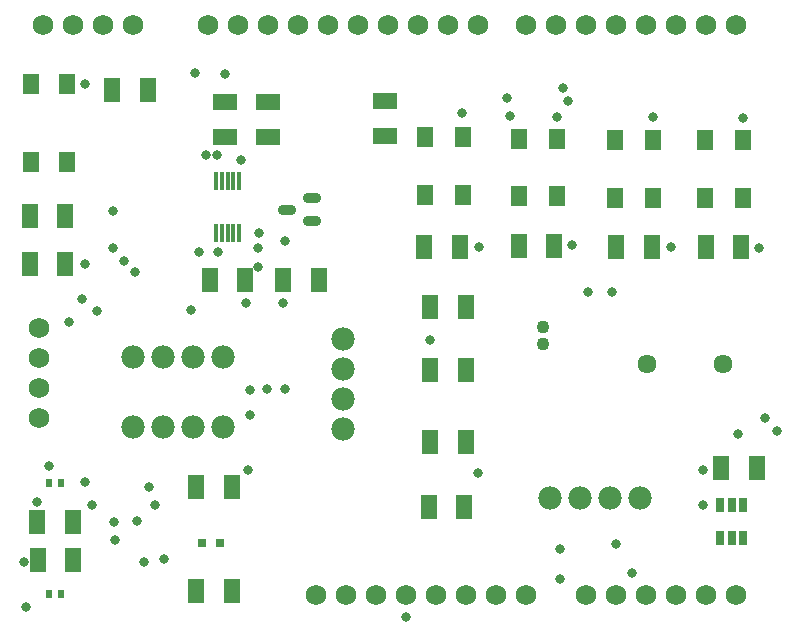
<source format=gts>
G04*
G04 #@! TF.GenerationSoftware,Altium Limited,Altium Designer,22.1.2 (22)*
G04*
G04 Layer_Color=8388736*
%FSLAX25Y25*%
%MOIN*%
G70*
G04*
G04 #@! TF.SameCoordinates,9C9567F8-7803-4A2A-AD9E-191CB7A9E8FD*
G04*
G04*
G04 #@! TF.FilePolarity,Negative*
G04*
G01*
G75*
%ADD17R,0.03150X0.03150*%
%ADD21R,0.02362X0.02756*%
%ADD25R,0.05200X0.07900*%
G04:AMPARAMS|DCode=26|XSize=56.82mil|YSize=31.23mil|CornerRadius=9.81mil|HoleSize=0mil|Usage=FLASHONLY|Rotation=180.000|XOffset=0mil|YOffset=0mil|HoleType=Round|Shape=RoundedRectangle|*
%AMROUNDEDRECTD26*
21,1,0.05682,0.01161,0,0,180.0*
21,1,0.03720,0.03123,0,0,180.0*
1,1,0.01961,-0.01860,0.00581*
1,1,0.01961,0.01860,0.00581*
1,1,0.01961,0.01860,-0.00581*
1,1,0.01961,-0.01860,-0.00581*
%
%ADD26ROUNDEDRECTD26*%
%ADD27R,0.02756X0.04724*%
%ADD28R,0.05550X0.07000*%
%ADD29R,0.07900X0.05200*%
%ADD30R,0.05524X0.06706*%
%ADD31R,0.01381X0.05909*%
%ADD32R,0.01381X0.05987*%
%ADD33C,0.07800*%
%ADD34C,0.06800*%
%ADD35C,0.06343*%
%ADD36C,0.04343*%
%ADD37C,0.03300*%
D17*
X72547Y28000D02*
D03*
X78453D02*
D03*
D21*
X21531Y48000D02*
D03*
X25469D02*
D03*
X21531Y11000D02*
D03*
X25469D02*
D03*
D25*
X15100Y137000D02*
D03*
X26900D02*
D03*
X15100Y121000D02*
D03*
X26900D02*
D03*
X257400Y53000D02*
D03*
X245600D02*
D03*
X222400Y126500D02*
D03*
X210600D02*
D03*
X148100Y40000D02*
D03*
X159900D02*
D03*
X160400Y61500D02*
D03*
X148600D02*
D03*
X42600Y179000D02*
D03*
X54400D02*
D03*
X160400Y106500D02*
D03*
X148600D02*
D03*
Y85500D02*
D03*
X160400D02*
D03*
X82400Y12000D02*
D03*
X70600D02*
D03*
X82400Y46500D02*
D03*
X70600D02*
D03*
X17800Y22200D02*
D03*
X29600D02*
D03*
X17600Y34900D02*
D03*
X29400D02*
D03*
X99600Y115500D02*
D03*
X111400D02*
D03*
X252300Y126500D02*
D03*
X240500D02*
D03*
X189900Y127000D02*
D03*
X178100D02*
D03*
X158400Y126500D02*
D03*
X146600D02*
D03*
X75100Y115500D02*
D03*
X86900D02*
D03*
D26*
X100845Y139000D02*
D03*
X109153Y142740D02*
D03*
Y135260D02*
D03*
D27*
X245260Y29488D02*
D03*
D03*
D03*
X249000D02*
D03*
X252740Y40512D02*
D03*
Y29488D02*
D03*
Y40512D02*
D03*
X249000D02*
D03*
X245260D02*
D03*
D28*
X252850Y142900D02*
D03*
Y162100D02*
D03*
X240150Y142900D02*
D03*
Y162100D02*
D03*
X222850Y142900D02*
D03*
Y162100D02*
D03*
X210150Y142900D02*
D03*
Y162100D02*
D03*
X190850Y143400D02*
D03*
Y162600D02*
D03*
X178150Y143400D02*
D03*
Y162600D02*
D03*
X159350Y143900D02*
D03*
Y163100D02*
D03*
X146650Y143900D02*
D03*
Y163100D02*
D03*
D29*
X94500Y174900D02*
D03*
Y163100D02*
D03*
X80000D02*
D03*
Y174900D02*
D03*
X133500Y163500D02*
D03*
Y175300D02*
D03*
D30*
X15595Y155008D02*
D03*
X27406Y180992D02*
D03*
X15595D02*
D03*
X27406Y155008D02*
D03*
D31*
X77063Y131339D02*
D03*
D32*
X79031D02*
D03*
X81000D02*
D03*
X82968D02*
D03*
X84937D02*
D03*
Y148661D02*
D03*
X82968D02*
D03*
X81000D02*
D03*
X79031D02*
D03*
X77063D02*
D03*
D33*
X208500Y43000D02*
D03*
X218500D02*
D03*
X188500D02*
D03*
X198500D02*
D03*
X69500Y66500D02*
D03*
X79500D02*
D03*
X49500D02*
D03*
X59500D02*
D03*
X69500Y90000D02*
D03*
X79500D02*
D03*
X49500D02*
D03*
X59500D02*
D03*
X119500Y76000D02*
D03*
Y66000D02*
D03*
Y96000D02*
D03*
Y86000D02*
D03*
D34*
X180500Y10500D02*
D03*
X170500D02*
D03*
X160500D02*
D03*
X150500D02*
D03*
X140500D02*
D03*
X130500D02*
D03*
X120500D02*
D03*
X110500D02*
D03*
X18000Y99500D02*
D03*
Y89500D02*
D03*
Y79500D02*
D03*
Y69500D02*
D03*
X19500Y200500D02*
D03*
X29500D02*
D03*
X39500D02*
D03*
X49500D02*
D03*
X164500D02*
D03*
X154500D02*
D03*
X144500D02*
D03*
X134500D02*
D03*
X124500D02*
D03*
X114500D02*
D03*
X104500D02*
D03*
X94500D02*
D03*
X84500D02*
D03*
X74500D02*
D03*
X250500D02*
D03*
X240500D02*
D03*
X230500D02*
D03*
X220500D02*
D03*
X210500D02*
D03*
X200500D02*
D03*
X190500D02*
D03*
X180500D02*
D03*
X250500Y10500D02*
D03*
X240500D02*
D03*
X230500D02*
D03*
X220500D02*
D03*
X210500D02*
D03*
X200500D02*
D03*
D35*
X220705Y87500D02*
D03*
X246295D02*
D03*
D36*
X186272Y99756D02*
D03*
Y94244D02*
D03*
D37*
X70000Y184500D02*
D03*
X210600Y27500D02*
D03*
X191900Y25900D02*
D03*
X251200Y64300D02*
D03*
X209000Y111600D02*
D03*
X194500Y175100D02*
D03*
X174000Y176200D02*
D03*
X100100Y128600D02*
D03*
X46400Y122000D02*
D03*
X37500Y105200D02*
D03*
X53000Y21400D02*
D03*
X100000Y79100D02*
D03*
X56800Y40600D02*
D03*
X43500Y28900D02*
D03*
X35700Y40500D02*
D03*
X148500Y95700D02*
D03*
X164400Y51200D02*
D03*
X77794Y124906D02*
D03*
X91400Y131300D02*
D03*
X239600Y52200D02*
D03*
X192900Y179700D02*
D03*
X159300Y171100D02*
D03*
X252800Y169700D02*
D03*
X222900Y170000D02*
D03*
X190900D02*
D03*
X28000Y101600D02*
D03*
X32600Y109100D02*
D03*
X42900Y126100D02*
D03*
X13800Y6500D02*
D03*
X42900Y138500D02*
D03*
X71400Y124900D02*
D03*
X50100Y118300D02*
D03*
X68900Y105600D02*
D03*
X88400Y70600D02*
D03*
X94100Y79100D02*
D03*
X175300Y170200D02*
D03*
X87800Y52100D02*
D03*
X88400Y79000D02*
D03*
X59800Y22500D02*
D03*
X50700Y35100D02*
D03*
X43200Y35000D02*
D03*
X13150Y21700D02*
D03*
X33500Y48100D02*
D03*
Y180800D02*
D03*
X77450Y157096D02*
D03*
X73958Y157329D02*
D03*
X91300Y126100D02*
D03*
Y119900D02*
D03*
X99500Y107900D02*
D03*
X260100Y69400D02*
D03*
X264100Y65100D02*
D03*
X54700Y46400D02*
D03*
X17400Y41600D02*
D03*
X21600Y53600D02*
D03*
X191830Y16037D02*
D03*
X239400Y40400D02*
D03*
X215800Y18000D02*
D03*
X80100Y184300D02*
D03*
X85600Y155600D02*
D03*
X201000Y111500D02*
D03*
X140450Y3250D02*
D03*
X258200Y126200D02*
D03*
X228700Y126500D02*
D03*
X195700Y127100D02*
D03*
X164800Y126700D02*
D03*
X33600Y120800D02*
D03*
X87000Y108000D02*
D03*
M02*

</source>
